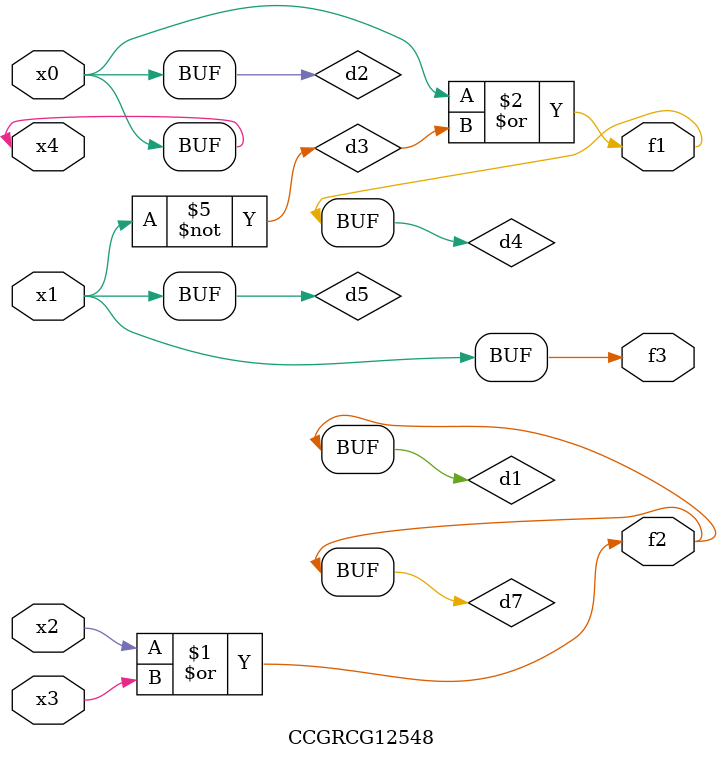
<source format=v>
module CCGRCG12548(
	input x0, x1, x2, x3, x4,
	output f1, f2, f3
);

	wire d1, d2, d3, d4, d5, d6, d7;

	or (d1, x2, x3);
	buf (d2, x0, x4);
	not (d3, x1);
	or (d4, d2, d3);
	not (d5, d3);
	nand (d6, d1, d3);
	or (d7, d1);
	assign f1 = d4;
	assign f2 = d7;
	assign f3 = d5;
endmodule

</source>
